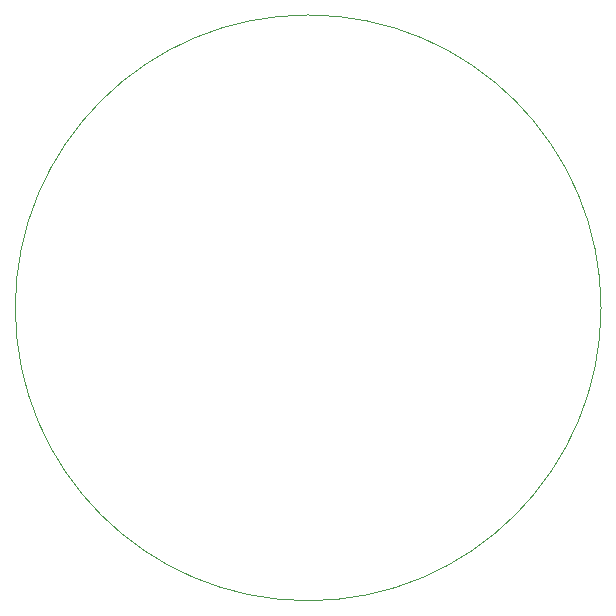
<source format=gko>
G04 #@! TF.FileFunction,Profile,NP*
%FSLAX46Y46*%
G04 Gerber Fmt 4.6, Leading zero omitted, Abs format (unit mm)*
G04 Created by KiCad (PCBNEW 4.0.4-stable) date Sunday 07 May 2017 'à' 19:16:10*
%MOMM*%
%LPD*%
G01*
G04 APERTURE LIST*
%ADD10C,0.100000*%
G04 APERTURE END LIST*
D10*
X169577543Y-90551000D02*
G75*
G03X169577543Y-90551000I-24797543J0D01*
G01*
M02*

</source>
